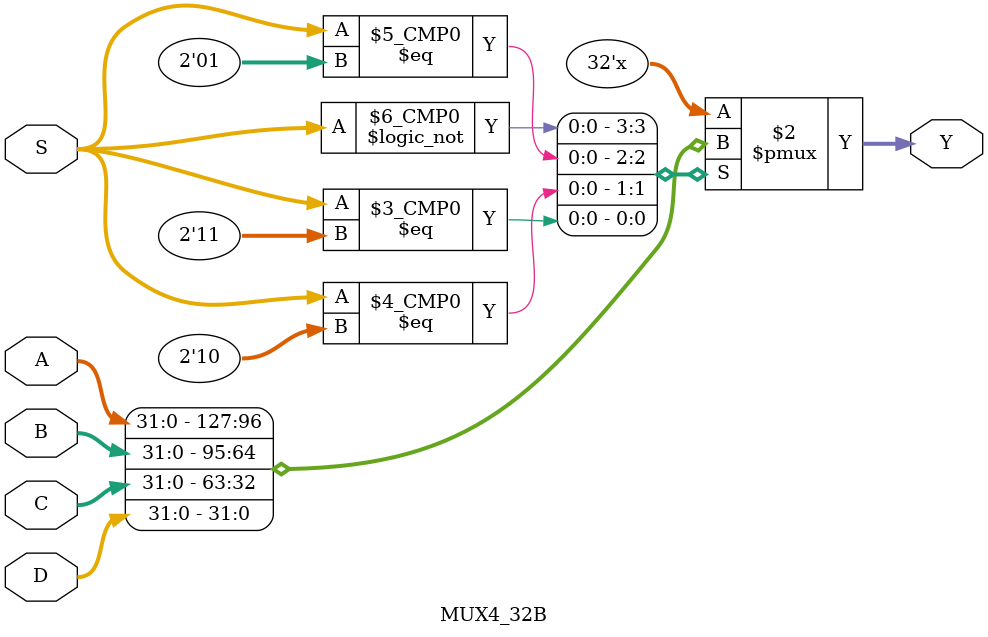
<source format=v>
module MUX4_32B (A,B,C,D,S,Y);
    input [31:0] A,B,C,D;
    input [1:0] S;
    output reg [31:0] Y;
    always @(A,B,C,D,S)
    begin
        case(S)
        2'b00: Y = A;
        2'b01: Y = B;
        2'b10: Y = C;
        2'b11: Y = D;
        default: Y = A;
        endcase
    end
endmodule
</source>
